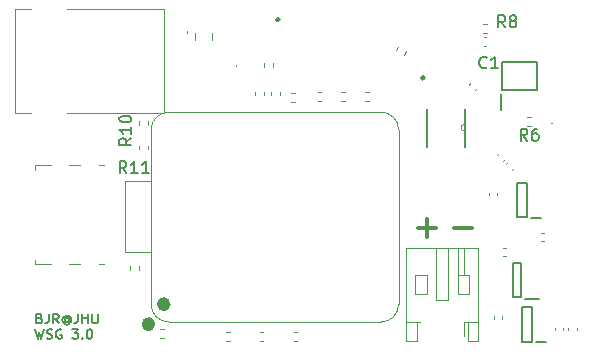
<source format=gbr>
%TF.GenerationSoftware,KiCad,Pcbnew,8.0.4*%
%TF.CreationDate,2025-03-23T22:29:41-04:00*%
%TF.ProjectId,wsg3.0,77736733-2e30-42e6-9b69-6361645f7063,rev?*%
%TF.SameCoordinates,Original*%
%TF.FileFunction,Legend,Top*%
%TF.FilePolarity,Positive*%
%FSLAX46Y46*%
G04 Gerber Fmt 4.6, Leading zero omitted, Abs format (unit mm)*
G04 Created by KiCad (PCBNEW 8.0.4) date 2025-03-23 22:29:41*
%MOMM*%
%LPD*%
G01*
G04 APERTURE LIST*
%ADD10C,0.152400*%
%ADD11C,0.300000*%
%ADD12C,0.150000*%
%ADD13C,0.200000*%
%ADD14C,0.120000*%
%ADD15C,0.100000*%
%ADD16C,0.250000*%
%ADD17C,0.581507*%
G04 APERTURE END LIST*
D10*
X1634720Y-26248289D02*
X1750834Y-26286994D01*
X1750834Y-26286994D02*
X1789539Y-26325698D01*
X1789539Y-26325698D02*
X1828243Y-26403108D01*
X1828243Y-26403108D02*
X1828243Y-26519222D01*
X1828243Y-26519222D02*
X1789539Y-26596632D01*
X1789539Y-26596632D02*
X1750834Y-26635337D01*
X1750834Y-26635337D02*
X1673424Y-26674041D01*
X1673424Y-26674041D02*
X1363786Y-26674041D01*
X1363786Y-26674041D02*
X1363786Y-25861241D01*
X1363786Y-25861241D02*
X1634720Y-25861241D01*
X1634720Y-25861241D02*
X1712129Y-25899946D01*
X1712129Y-25899946D02*
X1750834Y-25938651D01*
X1750834Y-25938651D02*
X1789539Y-26016060D01*
X1789539Y-26016060D02*
X1789539Y-26093470D01*
X1789539Y-26093470D02*
X1750834Y-26170879D01*
X1750834Y-26170879D02*
X1712129Y-26209584D01*
X1712129Y-26209584D02*
X1634720Y-26248289D01*
X1634720Y-26248289D02*
X1363786Y-26248289D01*
X2408815Y-25861241D02*
X2408815Y-26441813D01*
X2408815Y-26441813D02*
X2370110Y-26557927D01*
X2370110Y-26557927D02*
X2292701Y-26635337D01*
X2292701Y-26635337D02*
X2176586Y-26674041D01*
X2176586Y-26674041D02*
X2099177Y-26674041D01*
X3260319Y-26674041D02*
X2989386Y-26286994D01*
X2795862Y-26674041D02*
X2795862Y-25861241D01*
X2795862Y-25861241D02*
X3105500Y-25861241D01*
X3105500Y-25861241D02*
X3182910Y-25899946D01*
X3182910Y-25899946D02*
X3221615Y-25938651D01*
X3221615Y-25938651D02*
X3260319Y-26016060D01*
X3260319Y-26016060D02*
X3260319Y-26132175D01*
X3260319Y-26132175D02*
X3221615Y-26209584D01*
X3221615Y-26209584D02*
X3182910Y-26248289D01*
X3182910Y-26248289D02*
X3105500Y-26286994D01*
X3105500Y-26286994D02*
X2795862Y-26286994D01*
X4111824Y-26286994D02*
X4073119Y-26248289D01*
X4073119Y-26248289D02*
X3995710Y-26209584D01*
X3995710Y-26209584D02*
X3918300Y-26209584D01*
X3918300Y-26209584D02*
X3840891Y-26248289D01*
X3840891Y-26248289D02*
X3802186Y-26286994D01*
X3802186Y-26286994D02*
X3763481Y-26364403D01*
X3763481Y-26364403D02*
X3763481Y-26441813D01*
X3763481Y-26441813D02*
X3802186Y-26519222D01*
X3802186Y-26519222D02*
X3840891Y-26557927D01*
X3840891Y-26557927D02*
X3918300Y-26596632D01*
X3918300Y-26596632D02*
X3995710Y-26596632D01*
X3995710Y-26596632D02*
X4073119Y-26557927D01*
X4073119Y-26557927D02*
X4111824Y-26519222D01*
X4111824Y-26209584D02*
X4111824Y-26519222D01*
X4111824Y-26519222D02*
X4150529Y-26557927D01*
X4150529Y-26557927D02*
X4189234Y-26557927D01*
X4189234Y-26557927D02*
X4266643Y-26519222D01*
X4266643Y-26519222D02*
X4305348Y-26441813D01*
X4305348Y-26441813D02*
X4305348Y-26248289D01*
X4305348Y-26248289D02*
X4227939Y-26132175D01*
X4227939Y-26132175D02*
X4111824Y-26054765D01*
X4111824Y-26054765D02*
X3957005Y-26016060D01*
X3957005Y-26016060D02*
X3802186Y-26054765D01*
X3802186Y-26054765D02*
X3686072Y-26132175D01*
X3686072Y-26132175D02*
X3608662Y-26248289D01*
X3608662Y-26248289D02*
X3569958Y-26403108D01*
X3569958Y-26403108D02*
X3608662Y-26557927D01*
X3608662Y-26557927D02*
X3686072Y-26674041D01*
X3686072Y-26674041D02*
X3802186Y-26751451D01*
X3802186Y-26751451D02*
X3957005Y-26790156D01*
X3957005Y-26790156D02*
X4111824Y-26751451D01*
X4111824Y-26751451D02*
X4227939Y-26674041D01*
X4885920Y-25861241D02*
X4885920Y-26441813D01*
X4885920Y-26441813D02*
X4847215Y-26557927D01*
X4847215Y-26557927D02*
X4769806Y-26635337D01*
X4769806Y-26635337D02*
X4653691Y-26674041D01*
X4653691Y-26674041D02*
X4576282Y-26674041D01*
X5272967Y-26674041D02*
X5272967Y-25861241D01*
X5272967Y-26248289D02*
X5737424Y-26248289D01*
X5737424Y-26674041D02*
X5737424Y-25861241D01*
X6124472Y-25861241D02*
X6124472Y-26519222D01*
X6124472Y-26519222D02*
X6163177Y-26596632D01*
X6163177Y-26596632D02*
X6201882Y-26635337D01*
X6201882Y-26635337D02*
X6279291Y-26674041D01*
X6279291Y-26674041D02*
X6434110Y-26674041D01*
X6434110Y-26674041D02*
X6511520Y-26635337D01*
X6511520Y-26635337D02*
X6550225Y-26596632D01*
X6550225Y-26596632D02*
X6588929Y-26519222D01*
X6588929Y-26519222D02*
X6588929Y-25861241D01*
X1286377Y-27169803D02*
X1479901Y-27982603D01*
X1479901Y-27982603D02*
X1634720Y-27402032D01*
X1634720Y-27402032D02*
X1789539Y-27982603D01*
X1789539Y-27982603D02*
X1983063Y-27169803D01*
X2253996Y-27943899D02*
X2370110Y-27982603D01*
X2370110Y-27982603D02*
X2563634Y-27982603D01*
X2563634Y-27982603D02*
X2641043Y-27943899D01*
X2641043Y-27943899D02*
X2679748Y-27905194D01*
X2679748Y-27905194D02*
X2718453Y-27827784D01*
X2718453Y-27827784D02*
X2718453Y-27750375D01*
X2718453Y-27750375D02*
X2679748Y-27672965D01*
X2679748Y-27672965D02*
X2641043Y-27634260D01*
X2641043Y-27634260D02*
X2563634Y-27595556D01*
X2563634Y-27595556D02*
X2408815Y-27556851D01*
X2408815Y-27556851D02*
X2331405Y-27518146D01*
X2331405Y-27518146D02*
X2292700Y-27479441D01*
X2292700Y-27479441D02*
X2253996Y-27402032D01*
X2253996Y-27402032D02*
X2253996Y-27324622D01*
X2253996Y-27324622D02*
X2292700Y-27247213D01*
X2292700Y-27247213D02*
X2331405Y-27208508D01*
X2331405Y-27208508D02*
X2408815Y-27169803D01*
X2408815Y-27169803D02*
X2602338Y-27169803D01*
X2602338Y-27169803D02*
X2718453Y-27208508D01*
X3492548Y-27208508D02*
X3415138Y-27169803D01*
X3415138Y-27169803D02*
X3299024Y-27169803D01*
X3299024Y-27169803D02*
X3182910Y-27208508D01*
X3182910Y-27208508D02*
X3105500Y-27285918D01*
X3105500Y-27285918D02*
X3066795Y-27363327D01*
X3066795Y-27363327D02*
X3028091Y-27518146D01*
X3028091Y-27518146D02*
X3028091Y-27634260D01*
X3028091Y-27634260D02*
X3066795Y-27789079D01*
X3066795Y-27789079D02*
X3105500Y-27866489D01*
X3105500Y-27866489D02*
X3182910Y-27943899D01*
X3182910Y-27943899D02*
X3299024Y-27982603D01*
X3299024Y-27982603D02*
X3376433Y-27982603D01*
X3376433Y-27982603D02*
X3492548Y-27943899D01*
X3492548Y-27943899D02*
X3531252Y-27905194D01*
X3531252Y-27905194D02*
X3531252Y-27634260D01*
X3531252Y-27634260D02*
X3376433Y-27634260D01*
X4421462Y-27169803D02*
X4924624Y-27169803D01*
X4924624Y-27169803D02*
X4653690Y-27479441D01*
X4653690Y-27479441D02*
X4769805Y-27479441D01*
X4769805Y-27479441D02*
X4847214Y-27518146D01*
X4847214Y-27518146D02*
X4885919Y-27556851D01*
X4885919Y-27556851D02*
X4924624Y-27634260D01*
X4924624Y-27634260D02*
X4924624Y-27827784D01*
X4924624Y-27827784D02*
X4885919Y-27905194D01*
X4885919Y-27905194D02*
X4847214Y-27943899D01*
X4847214Y-27943899D02*
X4769805Y-27982603D01*
X4769805Y-27982603D02*
X4537576Y-27982603D01*
X4537576Y-27982603D02*
X4460167Y-27943899D01*
X4460167Y-27943899D02*
X4421462Y-27905194D01*
X5272966Y-27905194D02*
X5311671Y-27943899D01*
X5311671Y-27943899D02*
X5272966Y-27982603D01*
X5272966Y-27982603D02*
X5234262Y-27943899D01*
X5234262Y-27943899D02*
X5272966Y-27905194D01*
X5272966Y-27905194D02*
X5272966Y-27982603D01*
X5814833Y-27169803D02*
X5892243Y-27169803D01*
X5892243Y-27169803D02*
X5969652Y-27208508D01*
X5969652Y-27208508D02*
X6008357Y-27247213D01*
X6008357Y-27247213D02*
X6047062Y-27324622D01*
X6047062Y-27324622D02*
X6085767Y-27479441D01*
X6085767Y-27479441D02*
X6085767Y-27672965D01*
X6085767Y-27672965D02*
X6047062Y-27827784D01*
X6047062Y-27827784D02*
X6008357Y-27905194D01*
X6008357Y-27905194D02*
X5969652Y-27943899D01*
X5969652Y-27943899D02*
X5892243Y-27982603D01*
X5892243Y-27982603D02*
X5814833Y-27982603D01*
X5814833Y-27982603D02*
X5737424Y-27943899D01*
X5737424Y-27943899D02*
X5698719Y-27905194D01*
X5698719Y-27905194D02*
X5660014Y-27827784D01*
X5660014Y-27827784D02*
X5621310Y-27672965D01*
X5621310Y-27672965D02*
X5621310Y-27479441D01*
X5621310Y-27479441D02*
X5660014Y-27324622D01*
X5660014Y-27324622D02*
X5698719Y-27247213D01*
X5698719Y-27247213D02*
X5737424Y-27208508D01*
X5737424Y-27208508D02*
X5814833Y-27169803D01*
D11*
X33653558Y-18597733D02*
X35177368Y-18597733D01*
X34415463Y-19359638D02*
X34415463Y-17835828D01*
X36733558Y-18597733D02*
X38257368Y-18597733D01*
D12*
X41063333Y-1604819D02*
X40730000Y-1128628D01*
X40491905Y-1604819D02*
X40491905Y-604819D01*
X40491905Y-604819D02*
X40872857Y-604819D01*
X40872857Y-604819D02*
X40968095Y-652438D01*
X40968095Y-652438D02*
X41015714Y-700057D01*
X41015714Y-700057D02*
X41063333Y-795295D01*
X41063333Y-795295D02*
X41063333Y-938152D01*
X41063333Y-938152D02*
X41015714Y-1033390D01*
X41015714Y-1033390D02*
X40968095Y-1081009D01*
X40968095Y-1081009D02*
X40872857Y-1128628D01*
X40872857Y-1128628D02*
X40491905Y-1128628D01*
X41634762Y-1033390D02*
X41539524Y-985771D01*
X41539524Y-985771D02*
X41491905Y-938152D01*
X41491905Y-938152D02*
X41444286Y-842914D01*
X41444286Y-842914D02*
X41444286Y-795295D01*
X41444286Y-795295D02*
X41491905Y-700057D01*
X41491905Y-700057D02*
X41539524Y-652438D01*
X41539524Y-652438D02*
X41634762Y-604819D01*
X41634762Y-604819D02*
X41825238Y-604819D01*
X41825238Y-604819D02*
X41920476Y-652438D01*
X41920476Y-652438D02*
X41968095Y-700057D01*
X41968095Y-700057D02*
X42015714Y-795295D01*
X42015714Y-795295D02*
X42015714Y-842914D01*
X42015714Y-842914D02*
X41968095Y-938152D01*
X41968095Y-938152D02*
X41920476Y-985771D01*
X41920476Y-985771D02*
X41825238Y-1033390D01*
X41825238Y-1033390D02*
X41634762Y-1033390D01*
X41634762Y-1033390D02*
X41539524Y-1081009D01*
X41539524Y-1081009D02*
X41491905Y-1128628D01*
X41491905Y-1128628D02*
X41444286Y-1223866D01*
X41444286Y-1223866D02*
X41444286Y-1414342D01*
X41444286Y-1414342D02*
X41491905Y-1509580D01*
X41491905Y-1509580D02*
X41539524Y-1557200D01*
X41539524Y-1557200D02*
X41634762Y-1604819D01*
X41634762Y-1604819D02*
X41825238Y-1604819D01*
X41825238Y-1604819D02*
X41920476Y-1557200D01*
X41920476Y-1557200D02*
X41968095Y-1509580D01*
X41968095Y-1509580D02*
X42015714Y-1414342D01*
X42015714Y-1414342D02*
X42015714Y-1223866D01*
X42015714Y-1223866D02*
X41968095Y-1128628D01*
X41968095Y-1128628D02*
X41920476Y-1081009D01*
X41920476Y-1081009D02*
X41825238Y-1033390D01*
X42943333Y-11204819D02*
X42610000Y-10728628D01*
X42371905Y-11204819D02*
X42371905Y-10204819D01*
X42371905Y-10204819D02*
X42752857Y-10204819D01*
X42752857Y-10204819D02*
X42848095Y-10252438D01*
X42848095Y-10252438D02*
X42895714Y-10300057D01*
X42895714Y-10300057D02*
X42943333Y-10395295D01*
X42943333Y-10395295D02*
X42943333Y-10538152D01*
X42943333Y-10538152D02*
X42895714Y-10633390D01*
X42895714Y-10633390D02*
X42848095Y-10681009D01*
X42848095Y-10681009D02*
X42752857Y-10728628D01*
X42752857Y-10728628D02*
X42371905Y-10728628D01*
X43800476Y-10204819D02*
X43610000Y-10204819D01*
X43610000Y-10204819D02*
X43514762Y-10252438D01*
X43514762Y-10252438D02*
X43467143Y-10300057D01*
X43467143Y-10300057D02*
X43371905Y-10442914D01*
X43371905Y-10442914D02*
X43324286Y-10633390D01*
X43324286Y-10633390D02*
X43324286Y-11014342D01*
X43324286Y-11014342D02*
X43371905Y-11109580D01*
X43371905Y-11109580D02*
X43419524Y-11157200D01*
X43419524Y-11157200D02*
X43514762Y-11204819D01*
X43514762Y-11204819D02*
X43705238Y-11204819D01*
X43705238Y-11204819D02*
X43800476Y-11157200D01*
X43800476Y-11157200D02*
X43848095Y-11109580D01*
X43848095Y-11109580D02*
X43895714Y-11014342D01*
X43895714Y-11014342D02*
X43895714Y-10776247D01*
X43895714Y-10776247D02*
X43848095Y-10681009D01*
X43848095Y-10681009D02*
X43800476Y-10633390D01*
X43800476Y-10633390D02*
X43705238Y-10585771D01*
X43705238Y-10585771D02*
X43514762Y-10585771D01*
X43514762Y-10585771D02*
X43419524Y-10633390D01*
X43419524Y-10633390D02*
X43371905Y-10681009D01*
X43371905Y-10681009D02*
X43324286Y-10776247D01*
X39503333Y-4999580D02*
X39455714Y-5047200D01*
X39455714Y-5047200D02*
X39312857Y-5094819D01*
X39312857Y-5094819D02*
X39217619Y-5094819D01*
X39217619Y-5094819D02*
X39074762Y-5047200D01*
X39074762Y-5047200D02*
X38979524Y-4951961D01*
X38979524Y-4951961D02*
X38931905Y-4856723D01*
X38931905Y-4856723D02*
X38884286Y-4666247D01*
X38884286Y-4666247D02*
X38884286Y-4523390D01*
X38884286Y-4523390D02*
X38931905Y-4332914D01*
X38931905Y-4332914D02*
X38979524Y-4237676D01*
X38979524Y-4237676D02*
X39074762Y-4142438D01*
X39074762Y-4142438D02*
X39217619Y-4094819D01*
X39217619Y-4094819D02*
X39312857Y-4094819D01*
X39312857Y-4094819D02*
X39455714Y-4142438D01*
X39455714Y-4142438D02*
X39503333Y-4190057D01*
X40455714Y-5094819D02*
X39884286Y-5094819D01*
X40170000Y-5094819D02*
X40170000Y-4094819D01*
X40170000Y-4094819D02*
X40074762Y-4237676D01*
X40074762Y-4237676D02*
X39979524Y-4332914D01*
X39979524Y-4332914D02*
X39884286Y-4380533D01*
X9404819Y-10982857D02*
X8928628Y-11316190D01*
X9404819Y-11554285D02*
X8404819Y-11554285D01*
X8404819Y-11554285D02*
X8404819Y-11173333D01*
X8404819Y-11173333D02*
X8452438Y-11078095D01*
X8452438Y-11078095D02*
X8500057Y-11030476D01*
X8500057Y-11030476D02*
X8595295Y-10982857D01*
X8595295Y-10982857D02*
X8738152Y-10982857D01*
X8738152Y-10982857D02*
X8833390Y-11030476D01*
X8833390Y-11030476D02*
X8881009Y-11078095D01*
X8881009Y-11078095D02*
X8928628Y-11173333D01*
X8928628Y-11173333D02*
X8928628Y-11554285D01*
X9404819Y-10030476D02*
X9404819Y-10601904D01*
X9404819Y-10316190D02*
X8404819Y-10316190D01*
X8404819Y-10316190D02*
X8547676Y-10411428D01*
X8547676Y-10411428D02*
X8642914Y-10506666D01*
X8642914Y-10506666D02*
X8690533Y-10601904D01*
X8404819Y-9411428D02*
X8404819Y-9316190D01*
X8404819Y-9316190D02*
X8452438Y-9220952D01*
X8452438Y-9220952D02*
X8500057Y-9173333D01*
X8500057Y-9173333D02*
X8595295Y-9125714D01*
X8595295Y-9125714D02*
X8785771Y-9078095D01*
X8785771Y-9078095D02*
X9023866Y-9078095D01*
X9023866Y-9078095D02*
X9214342Y-9125714D01*
X9214342Y-9125714D02*
X9309580Y-9173333D01*
X9309580Y-9173333D02*
X9357200Y-9220952D01*
X9357200Y-9220952D02*
X9404819Y-9316190D01*
X9404819Y-9316190D02*
X9404819Y-9411428D01*
X9404819Y-9411428D02*
X9357200Y-9506666D01*
X9357200Y-9506666D02*
X9309580Y-9554285D01*
X9309580Y-9554285D02*
X9214342Y-9601904D01*
X9214342Y-9601904D02*
X9023866Y-9649523D01*
X9023866Y-9649523D02*
X8785771Y-9649523D01*
X8785771Y-9649523D02*
X8595295Y-9601904D01*
X8595295Y-9601904D02*
X8500057Y-9554285D01*
X8500057Y-9554285D02*
X8452438Y-9506666D01*
X8452438Y-9506666D02*
X8404819Y-9411428D01*
X9007142Y-13964819D02*
X8673809Y-13488628D01*
X8435714Y-13964819D02*
X8435714Y-12964819D01*
X8435714Y-12964819D02*
X8816666Y-12964819D01*
X8816666Y-12964819D02*
X8911904Y-13012438D01*
X8911904Y-13012438D02*
X8959523Y-13060057D01*
X8959523Y-13060057D02*
X9007142Y-13155295D01*
X9007142Y-13155295D02*
X9007142Y-13298152D01*
X9007142Y-13298152D02*
X8959523Y-13393390D01*
X8959523Y-13393390D02*
X8911904Y-13441009D01*
X8911904Y-13441009D02*
X8816666Y-13488628D01*
X8816666Y-13488628D02*
X8435714Y-13488628D01*
X9959523Y-13964819D02*
X9388095Y-13964819D01*
X9673809Y-13964819D02*
X9673809Y-12964819D01*
X9673809Y-12964819D02*
X9578571Y-13107676D01*
X9578571Y-13107676D02*
X9483333Y-13202914D01*
X9483333Y-13202914D02*
X9388095Y-13250533D01*
X10911904Y-13964819D02*
X10340476Y-13964819D01*
X10626190Y-13964819D02*
X10626190Y-12964819D01*
X10626190Y-12964819D02*
X10530952Y-13107676D01*
X10530952Y-13107676D02*
X10435714Y-13202914D01*
X10435714Y-13202914D02*
X10340476Y-13250533D01*
D13*
%TO.C,PS1*%
X42465000Y-25330000D02*
X43315000Y-25330000D01*
X42465000Y-28230000D02*
X42465000Y-25330000D01*
X43315000Y-25330000D02*
X43315000Y-28230000D01*
X43315000Y-28230000D02*
X42465000Y-28230000D01*
X44515000Y-28290000D02*
X43665000Y-28290000D01*
%TO.C,PS3*%
X42035000Y-14760000D02*
X42885000Y-14760000D01*
X42035000Y-17660000D02*
X42035000Y-14760000D01*
X42885000Y-14760000D02*
X42885000Y-17660000D01*
X42885000Y-17660000D02*
X42035000Y-17660000D01*
X44085000Y-17720000D02*
X43235000Y-17720000D01*
D14*
%TO.C,J3*%
X1230000Y-13290000D02*
X1230000Y-13690000D01*
X1230000Y-21290000D02*
X1230000Y-21690000D01*
X1230000Y-21690000D02*
X2580000Y-21690000D01*
X2630000Y-13290000D02*
X1230000Y-13290000D01*
X4180000Y-21690000D02*
X5080000Y-21690000D01*
X5080000Y-13290000D02*
X4130000Y-13290000D01*
X6680000Y-21690000D02*
X7080000Y-21690000D01*
X7080000Y-13290000D02*
X6680000Y-13290000D01*
%TO.C,C6*%
X38086957Y-6305178D02*
X37963253Y-6481847D01*
X38676747Y-6718153D02*
X38553043Y-6894822D01*
%TO.C,R8*%
X39533641Y-1370000D02*
X39226359Y-1370000D01*
X39533641Y-2130000D02*
X39226359Y-2130000D01*
%TO.C,C5*%
X46410000Y-27032164D02*
X46410000Y-27247836D01*
X47130000Y-27032164D02*
X47130000Y-27247836D01*
D13*
%TO.C,IC2*%
X41770000Y-21580000D02*
X42370000Y-21580000D01*
X41770000Y-24480000D02*
X41770000Y-21580000D01*
X42370000Y-21580000D02*
X42370000Y-24480000D01*
X42370000Y-24480000D02*
X41770000Y-24480000D01*
X43920000Y-24630000D02*
X42720000Y-24630000D01*
D14*
%TO.C,R13*%
X9340000Y-21846359D02*
X9340000Y-22153641D01*
X10100000Y-21846359D02*
X10100000Y-22153641D01*
%TO.C,C9*%
X44327836Y-19010000D02*
X44112164Y-19010000D01*
X44327836Y-19730000D02*
X44112164Y-19730000D01*
%TO.C,C8*%
X14785000Y-2651252D02*
X14785000Y-2128748D01*
X16255000Y-2651252D02*
X16255000Y-2128748D01*
D10*
%TO.C,U2*%
X34439800Y-8519800D02*
X34439800Y-11720200D01*
X37640200Y-9815200D02*
X37640200Y-8519800D01*
X37640200Y-10424800D02*
X37640200Y-9815200D01*
X37640200Y-11720200D02*
X37640200Y-10424800D01*
D15*
X37640200Y-10424800D02*
G75*
G02*
X37640200Y-9815200I0J304800D01*
G01*
%TO.C,J1*%
X44950000Y-9750000D02*
X44950000Y-9750000D01*
X45050000Y-9750000D02*
X45050000Y-9750000D01*
X44950000Y-9750000D02*
G75*
G02*
X45050000Y-9750000I50000J0D01*
G01*
X45050000Y-9750000D02*
G75*
G02*
X44950000Y-9750000I-50000J0D01*
G01*
D14*
%TO.C,R3*%
X25186359Y-7120000D02*
X25493641Y-7120000D01*
X25186359Y-7880000D02*
X25493641Y-7880000D01*
%TO.C,R14*%
X32017731Y-3276943D02*
X31864090Y-3543057D01*
X32675910Y-3656943D02*
X32522269Y-3923057D01*
%TO.C,C10*%
X41291693Y-13049190D02*
X41139190Y-13201693D01*
X41800810Y-13558307D02*
X41648307Y-13710810D01*
%TO.C,C2*%
X40882164Y-20290000D02*
X41097836Y-20290000D01*
X40882164Y-21010000D02*
X41097836Y-21010000D01*
%TO.C,R12*%
X20603641Y-27410000D02*
X20296359Y-27410000D01*
X20603641Y-28170000D02*
X20296359Y-28170000D01*
D16*
%TO.C,IC4*%
X21950000Y-955000D02*
G75*
G02*
X21700000Y-955000I-125000J0D01*
G01*
X21700000Y-955000D02*
G75*
G02*
X21950000Y-955000I125000J0D01*
G01*
D13*
%TO.C,IC3*%
X40750000Y-8630000D02*
X40750000Y-7230000D01*
X40800000Y-4580000D02*
X43800000Y-4580000D01*
X40800000Y-6880000D02*
X40800000Y-4580000D01*
X43800000Y-4580000D02*
X43800000Y-6880000D01*
X43800000Y-6880000D02*
X40800000Y-6880000D01*
D14*
%TO.C,R4*%
X11836359Y-27170000D02*
X12143641Y-27170000D01*
X11836359Y-27930000D02*
X12143641Y-27930000D01*
%TO.C,R6*%
X43263641Y-9200000D02*
X42956359Y-9200000D01*
X43263641Y-9960000D02*
X42956359Y-9960000D01*
%TO.C,C7*%
X39660000Y-15837836D02*
X39660000Y-15622164D01*
X40380000Y-15837836D02*
X40380000Y-15622164D01*
%TO.C,C11*%
X40561693Y-12259190D02*
X40409190Y-12411693D01*
X41070810Y-12768307D02*
X40918307Y-12920810D01*
%TO.C,C1*%
X39252164Y-2450000D02*
X39467836Y-2450000D01*
X39252164Y-3170000D02*
X39467836Y-3170000D01*
%TO.C,R10*%
X10050000Y-9536359D02*
X10050000Y-9843641D01*
X10810000Y-9536359D02*
X10810000Y-9843641D01*
%TO.C,R2*%
X29503641Y-7120000D02*
X29196359Y-7120000D01*
X29503641Y-7880000D02*
X29196359Y-7880000D01*
%TO.C,R7*%
X23463641Y-27410000D02*
X23156359Y-27410000D01*
X23463641Y-28170000D02*
X23156359Y-28170000D01*
%TO.C,R1*%
X27176359Y-7110000D02*
X27483641Y-7110000D01*
X27176359Y-7870000D02*
X27483641Y-7870000D01*
%TO.C,R11*%
X10050000Y-11616359D02*
X10050000Y-11923641D01*
X10810000Y-11616359D02*
X10810000Y-11923641D01*
%TO.C,C4*%
X45270000Y-27042164D02*
X45270000Y-27257836D01*
X45990000Y-27042164D02*
X45990000Y-27257836D01*
D15*
%TO.C,PS2*%
X18310000Y-4820000D02*
X18310000Y-4820000D01*
X18310000Y-4920000D02*
X18310000Y-4920000D01*
X18310000Y-4820000D02*
G75*
G02*
X18310000Y-4920000I0J-50000D01*
G01*
X18310000Y-4920000D02*
G75*
G02*
X18310000Y-4820000I0J50000D01*
G01*
D14*
%TO.C,R16*%
X20610000Y-4636359D02*
X20610000Y-4943641D01*
X21370000Y-4636359D02*
X21370000Y-4943641D01*
D16*
%TO.C,IC1*%
X34225000Y-5890000D02*
G75*
G02*
X33975000Y-5890000I-125000J0D01*
G01*
X33975000Y-5890000D02*
G75*
G02*
X34225000Y-5890000I125000J0D01*
G01*
D14*
%TO.C,C3*%
X40100000Y-26307836D02*
X40100000Y-26092164D01*
X40820000Y-26307836D02*
X40820000Y-26092164D01*
%TO.C,J4*%
X32680000Y-20310000D02*
X32680000Y-28130000D01*
X32680000Y-26530000D02*
X33600000Y-26530000D01*
X32680000Y-28130000D02*
X33600000Y-28130000D01*
X33440000Y-22570000D02*
X34440000Y-22570000D01*
X33440000Y-24170000D02*
X33440000Y-22570000D01*
X33600000Y-26530000D02*
X33880000Y-26530000D01*
X33600000Y-28130000D02*
X33600000Y-26530000D01*
X34440000Y-22570000D02*
X34440000Y-24170000D01*
X34440000Y-24170000D02*
X33440000Y-24170000D01*
X35240000Y-24670000D02*
X35240000Y-20310000D01*
X36240000Y-20310000D02*
X36240000Y-24670000D01*
X36240000Y-24670000D02*
X35240000Y-24670000D01*
X37040000Y-22570000D02*
X37040000Y-20310000D01*
X37040000Y-22570000D02*
X37040000Y-24170000D01*
X37040000Y-24170000D02*
X38040000Y-24170000D01*
X37540000Y-22570000D02*
X37540000Y-20310000D01*
X37600000Y-26530000D02*
X37600000Y-27745000D01*
X37600000Y-26530000D02*
X37880000Y-26530000D01*
X37880000Y-26530000D02*
X37880000Y-28130000D01*
X37880000Y-28130000D02*
X38800000Y-28130000D01*
X38040000Y-22570000D02*
X37040000Y-22570000D01*
X38040000Y-24170000D02*
X38040000Y-22570000D01*
X38800000Y-20310000D02*
X32680000Y-20310000D01*
X38800000Y-26530000D02*
X37880000Y-26530000D01*
X38800000Y-28130000D02*
X38800000Y-20310000D01*
D15*
%TO.C,U1*%
X11093000Y-25065000D02*
X11093000Y-10285000D01*
X12593000Y-8785000D02*
X30548000Y-8785000D01*
X30548000Y-26565000D02*
X12593000Y-26565000D01*
X32048000Y-10285000D02*
X32048000Y-25065000D01*
X8918500Y-20648400D02*
X11078500Y-20648400D01*
X11078500Y-14618400D01*
X8918500Y-14618400D01*
X8918500Y-20648400D01*
X11093000Y-10285000D02*
G75*
G02*
X12593000Y-8785000I1500000J0D01*
G01*
X12593000Y-26565000D02*
G75*
G02*
X11093000Y-25065000I1J1500001D01*
G01*
X30548000Y-8785000D02*
G75*
G02*
X32048000Y-10285000I0J-1500000D01*
G01*
X32048000Y-25065000D02*
G75*
G02*
X30548000Y-26565000I-1500001J1D01*
G01*
D17*
X11149253Y-26748400D02*
G75*
G02*
X10567747Y-26748400I-290753J0D01*
G01*
X10567747Y-26748400D02*
G75*
G02*
X11149253Y-26748400I290753J0D01*
G01*
X12449253Y-25048400D02*
G75*
G02*
X11867747Y-25048400I-290753J0D01*
G01*
X11867747Y-25048400D02*
G75*
G02*
X12449253Y-25048400I290753J0D01*
G01*
D14*
%TO.C,R17*%
X21230000Y-7066359D02*
X21230000Y-7373641D01*
X21990000Y-7066359D02*
X21990000Y-7373641D01*
D15*
%TO.C,J2*%
X-460000Y-70000D02*
X-460000Y-8870000D01*
X-460000Y-8870000D02*
X940000Y-8870000D01*
X940000Y-70000D02*
X-460000Y-70000D01*
X3940000Y-70000D02*
X12140000Y-70000D01*
X12140000Y-70000D02*
X12140000Y-8870000D01*
X12140000Y-8870000D02*
X3940000Y-8870000D01*
X14140000Y-1970000D02*
X14140000Y-1970000D01*
X14140000Y-2070000D02*
X14140000Y-2070000D01*
X14140000Y-1970000D02*
G75*
G02*
X14140000Y-2070000I0J-50000D01*
G01*
X14140000Y-2070000D02*
G75*
G02*
X14140000Y-1970000I0J50000D01*
G01*
D14*
%TO.C,R19*%
X19880000Y-7046359D02*
X19880000Y-7353641D01*
X20640000Y-7046359D02*
X20640000Y-7353641D01*
%TO.C,R5*%
X17733641Y-27410000D02*
X17426359Y-27410000D01*
X17733641Y-28170000D02*
X17426359Y-28170000D01*
%TO.C,R18*%
X23253641Y-7160000D02*
X22946359Y-7160000D01*
X23253641Y-7920000D02*
X22946359Y-7920000D01*
%TD*%
M02*

</source>
